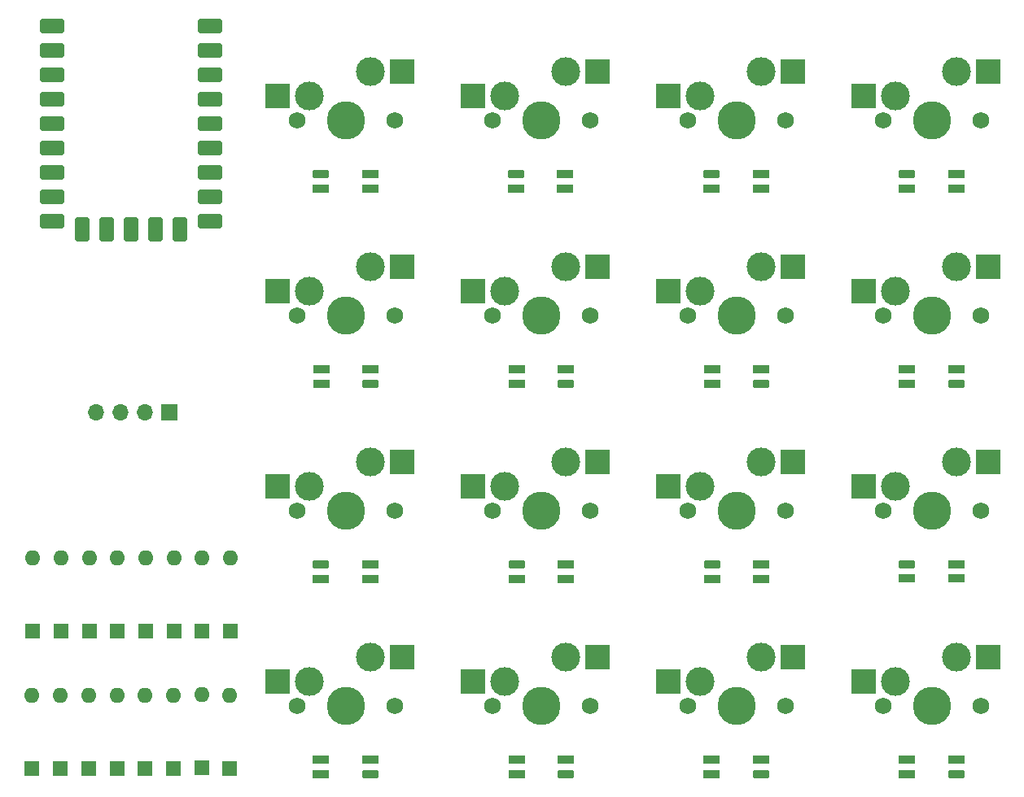
<source format=gbr>
%TF.GenerationSoftware,KiCad,Pcbnew,7.0.7*%
%TF.CreationDate,2023-09-24T17:48:37+02:00*%
%TF.ProjectId,pcb,7063622e-6b69-4636-9164-5f7063625858,rev?*%
%TF.SameCoordinates,Original*%
%TF.FileFunction,Soldermask,Bot*%
%TF.FilePolarity,Negative*%
%FSLAX46Y46*%
G04 Gerber Fmt 4.6, Leading zero omitted, Abs format (unit mm)*
G04 Created by KiCad (PCBNEW 7.0.7) date 2023-09-24 17:48:37*
%MOMM*%
%LPD*%
G01*
G04 APERTURE LIST*
G04 Aperture macros list*
%AMRoundRect*
0 Rectangle with rounded corners*
0 $1 Rounding radius*
0 $2 $3 $4 $5 $6 $7 $8 $9 X,Y pos of 4 corners*
0 Add a 4 corners polygon primitive as box body*
4,1,4,$2,$3,$4,$5,$6,$7,$8,$9,$2,$3,0*
0 Add four circle primitives for the rounded corners*
1,1,$1+$1,$2,$3*
1,1,$1+$1,$4,$5*
1,1,$1+$1,$6,$7*
1,1,$1+$1,$8,$9*
0 Add four rect primitives between the rounded corners*
20,1,$1+$1,$2,$3,$4,$5,0*
20,1,$1+$1,$4,$5,$6,$7,0*
20,1,$1+$1,$6,$7,$8,$9,0*
20,1,$1+$1,$8,$9,$2,$3,0*%
G04 Aperture macros list end*
%ADD10C,3.000000*%
%ADD11C,3.987800*%
%ADD12C,1.750000*%
%ADD13R,2.550000X2.500000*%
%ADD14RoundRect,0.400000X-0.900000X-0.400000X0.900000X-0.400000X0.900000X0.400000X-0.900000X0.400000X0*%
%ADD15RoundRect,0.400050X-0.899950X-0.400050X0.899950X-0.400050X0.899950X0.400050X-0.899950X0.400050X0*%
%ADD16RoundRect,0.400000X-0.400000X-0.900000X0.400000X-0.900000X0.400000X0.900000X-0.400000X0.900000X0*%
%ADD17RoundRect,0.393700X-0.393700X-0.906300X0.393700X-0.906300X0.393700X0.906300X-0.393700X0.906300X0*%
%ADD18O,1.600000X1.600000*%
%ADD19R,1.600000X1.600000*%
%ADD20O,1.700000X1.700000*%
%ADD21R,1.700000X1.700000*%
%ADD22R,1.700000X0.820000*%
%ADD23RoundRect,0.205000X0.645000X0.205000X-0.645000X0.205000X-0.645000X-0.205000X0.645000X-0.205000X0*%
%ADD24RoundRect,0.205000X-0.645000X-0.205000X0.645000X-0.205000X0.645000X0.205000X-0.645000X0.205000X0*%
G04 APERTURE END LIST*
D10*
%TO.C,SW16*%
X160020000Y-142240000D03*
D11*
X157480000Y-147320000D03*
D10*
X153670000Y-144780000D03*
D12*
X152400000Y-147320000D03*
X162560000Y-147320000D03*
D13*
X150395000Y-144780000D03*
X163322000Y-142240000D03*
%TD*%
D10*
%TO.C,SW15*%
X139700000Y-142240000D03*
D11*
X137160000Y-147320000D03*
D10*
X133350000Y-144780000D03*
D12*
X132080000Y-147320000D03*
X142240000Y-147320000D03*
D13*
X130075000Y-144780000D03*
X143002000Y-142240000D03*
%TD*%
D10*
%TO.C,SW14*%
X119380000Y-142240000D03*
D11*
X116840000Y-147320000D03*
D10*
X113030000Y-144780000D03*
D12*
X111760000Y-147320000D03*
X121920000Y-147320000D03*
D13*
X109755000Y-144780000D03*
X122682000Y-142240000D03*
%TD*%
D10*
%TO.C,SW13*%
X99060000Y-142240000D03*
D11*
X96520000Y-147320000D03*
D10*
X92710000Y-144780000D03*
D12*
X91440000Y-147320000D03*
X101600000Y-147320000D03*
D13*
X89435000Y-144780000D03*
X102362000Y-142240000D03*
%TD*%
D10*
%TO.C,SW12*%
X160020000Y-121920000D03*
D11*
X157480000Y-127000000D03*
D10*
X153670000Y-124460000D03*
D12*
X152400000Y-127000000D03*
X162560000Y-127000000D03*
D13*
X150395000Y-124460000D03*
X163322000Y-121920000D03*
%TD*%
D10*
%TO.C,SW11*%
X139700000Y-121920000D03*
D11*
X137160000Y-127000000D03*
D10*
X133350000Y-124460000D03*
D12*
X132080000Y-127000000D03*
X142240000Y-127000000D03*
D13*
X130075000Y-124460000D03*
X143002000Y-121920000D03*
%TD*%
D10*
%TO.C,SW10*%
X119380000Y-121920000D03*
D11*
X116840000Y-127000000D03*
D10*
X113030000Y-124460000D03*
D12*
X111760000Y-127000000D03*
X121920000Y-127000000D03*
D13*
X109755000Y-124460000D03*
X122682000Y-121920000D03*
%TD*%
D10*
%TO.C,SW9*%
X99060000Y-121920000D03*
D11*
X96520000Y-127000000D03*
D10*
X92710000Y-124460000D03*
D12*
X91440000Y-127000000D03*
X101600000Y-127000000D03*
D13*
X89435000Y-124460000D03*
X102362000Y-121920000D03*
%TD*%
D10*
%TO.C,SW8*%
X160020000Y-101600000D03*
D11*
X157480000Y-106680000D03*
D10*
X153670000Y-104140000D03*
D12*
X152400000Y-106680000D03*
X162560000Y-106680000D03*
D13*
X150395000Y-104140000D03*
X163322000Y-101600000D03*
%TD*%
D10*
%TO.C,SW7*%
X139700000Y-101600000D03*
D11*
X137160000Y-106680000D03*
D10*
X133350000Y-104140000D03*
D12*
X132080000Y-106680000D03*
X142240000Y-106680000D03*
D13*
X130075000Y-104140000D03*
X143002000Y-101600000D03*
%TD*%
D10*
%TO.C,SW6*%
X119380000Y-101600000D03*
D11*
X116840000Y-106680000D03*
D10*
X113030000Y-104140000D03*
D12*
X111760000Y-106680000D03*
X121920000Y-106680000D03*
D13*
X109755000Y-104140000D03*
X122682000Y-101600000D03*
%TD*%
D10*
%TO.C,SW5*%
X99060000Y-101600000D03*
D11*
X96520000Y-106680000D03*
D10*
X92710000Y-104140000D03*
D12*
X91440000Y-106680000D03*
X101600000Y-106680000D03*
D13*
X89435000Y-104140000D03*
X102362000Y-101600000D03*
%TD*%
D10*
%TO.C,SW4*%
X160020000Y-81280000D03*
D11*
X157480000Y-86360000D03*
D10*
X153670000Y-83820000D03*
D12*
X152400000Y-86360000D03*
X162560000Y-86360000D03*
D13*
X150395000Y-83820000D03*
X163322000Y-81280000D03*
%TD*%
D10*
%TO.C,SW3*%
X139700000Y-81280000D03*
D11*
X137160000Y-86360000D03*
D10*
X133350000Y-83820000D03*
D12*
X132080000Y-86360000D03*
X142240000Y-86360000D03*
D13*
X130075000Y-83820000D03*
X143002000Y-81280000D03*
%TD*%
D10*
%TO.C,SW2*%
X119380000Y-81280000D03*
D11*
X116840000Y-86360000D03*
D10*
X113030000Y-83820000D03*
D12*
X111760000Y-86360000D03*
X121920000Y-86360000D03*
D13*
X109755000Y-83820000D03*
X122682000Y-81280000D03*
%TD*%
D10*
%TO.C,SW1*%
X99060000Y-81280000D03*
D11*
X96520000Y-86360000D03*
D10*
X92710000Y-83820000D03*
D12*
X91440000Y-86360000D03*
X101600000Y-86360000D03*
D13*
X89435000Y-83820000D03*
X102362000Y-81280000D03*
%TD*%
D14*
%TO.C,U1*%
X82436029Y-76594177D03*
X82436029Y-79134177D03*
X82436029Y-81674177D03*
X82436029Y-84214177D03*
X82436029Y-86754177D03*
D15*
X82436029Y-89294177D03*
X82436029Y-91834177D03*
X82436029Y-94374177D03*
X82436029Y-96914177D03*
D16*
X79296029Y-97724177D03*
D17*
X76756029Y-97724177D03*
X74216029Y-97724177D03*
X71676029Y-97724177D03*
X69136029Y-97724177D03*
D15*
X65996029Y-96914177D03*
X65996029Y-94374177D03*
X65996029Y-91834177D03*
X65996029Y-89294177D03*
X65996029Y-76594177D03*
X65996029Y-79134177D03*
X65996029Y-81674177D03*
X65996029Y-86754177D03*
X65996029Y-84214177D03*
%TD*%
D18*
%TO.C,D2*%
X66913698Y-131953000D03*
D19*
X66913698Y-139573000D03*
%TD*%
%TO.C,D7*%
X81601901Y-139540884D03*
D18*
X81601901Y-131920884D03*
%TD*%
%TO.C,D1*%
X63977148Y-131953000D03*
D19*
X63977148Y-139573000D03*
%TD*%
%TO.C,D9*%
X63912456Y-153890711D03*
D18*
X63912456Y-146270711D03*
%TD*%
%TO.C,D16*%
X84480087Y-146206919D03*
D19*
X84480087Y-153826919D03*
%TD*%
%TO.C,D13*%
X75670435Y-153826919D03*
D18*
X75670435Y-146206919D03*
%TD*%
D19*
%TO.C,D5*%
X75723348Y-139573000D03*
D18*
X75723348Y-131953000D03*
%TD*%
D19*
%TO.C,D15*%
X81548988Y-153794803D03*
D18*
X81548988Y-146174803D03*
%TD*%
D19*
%TO.C,D3*%
X69850248Y-139573000D03*
D18*
X69850248Y-131953000D03*
%TD*%
D20*
%TO.C,J1*%
X70587982Y-116807570D03*
X73127982Y-116807570D03*
X75667982Y-116807570D03*
D21*
X78207982Y-116807570D03*
%TD*%
D19*
%TO.C,D11*%
X69785556Y-153890711D03*
D18*
X69785556Y-146270711D03*
%TD*%
D19*
%TO.C,D6*%
X78659898Y-139573000D03*
D18*
X78659898Y-131953000D03*
%TD*%
D19*
%TO.C,D10*%
X66849006Y-153890711D03*
D18*
X66849006Y-146270711D03*
%TD*%
D19*
%TO.C,D14*%
X78606985Y-153826919D03*
D18*
X78606985Y-146206919D03*
%TD*%
D19*
%TO.C,D4*%
X72786798Y-139573000D03*
D18*
X72786798Y-131953000D03*
%TD*%
D19*
%TO.C,D12*%
X72725064Y-153890200D03*
D18*
X72725064Y-146270200D03*
%TD*%
D19*
%TO.C,D8*%
X84533000Y-139573000D03*
D18*
X84533000Y-131953000D03*
%TD*%
D22*
%TO.C,LED1*%
X99072745Y-93480807D03*
X99072745Y-91980807D03*
D23*
X93972745Y-91980807D03*
D22*
X93972745Y-93480807D03*
%TD*%
%TO.C,LED6*%
X119398292Y-112287382D03*
D24*
X119398292Y-113787382D03*
D22*
X114298292Y-113787382D03*
X114298292Y-112287382D03*
%TD*%
%TO.C,LED12*%
X160031742Y-134092349D03*
X160031742Y-132592349D03*
D23*
X154931742Y-132592349D03*
D22*
X154931742Y-134092349D03*
%TD*%
%TO.C,LED16*%
X154930844Y-152936667D03*
X154930844Y-154436667D03*
D24*
X160030844Y-154436667D03*
D22*
X160030844Y-152936667D03*
%TD*%
%TO.C,LED15*%
X134604585Y-152945343D03*
X134604585Y-154445343D03*
D24*
X139704585Y-154445343D03*
D22*
X139704585Y-152945343D03*
%TD*%
%TO.C,LED10*%
X119400820Y-134118680D03*
X119400820Y-132618680D03*
D23*
X114300820Y-132618680D03*
D22*
X114300820Y-134118680D03*
%TD*%
%TO.C,LED14*%
X114308197Y-152929803D03*
X114308197Y-154429803D03*
D24*
X119408197Y-154429803D03*
D22*
X119408197Y-152929803D03*
%TD*%
%TO.C,LED2*%
X114263675Y-93504315D03*
D23*
X114263675Y-92004315D03*
D22*
X119363675Y-92004315D03*
X119363675Y-93504315D03*
%TD*%
%TO.C,LED11*%
X139724454Y-134130388D03*
X139724454Y-132630388D03*
D23*
X134624454Y-132630388D03*
D22*
X134624454Y-134130388D03*
%TD*%
%TO.C,LED5*%
X99082527Y-112288793D03*
D24*
X99082527Y-113788793D03*
D22*
X93982527Y-113788793D03*
X93982527Y-112288793D03*
%TD*%
%TO.C,LED13*%
X93974572Y-152924959D03*
X93974572Y-154424959D03*
D24*
X99074572Y-154424959D03*
D22*
X99074572Y-152924959D03*
%TD*%
%TO.C,LED9*%
X99071940Y-134109801D03*
X99071940Y-132609801D03*
D23*
X93971940Y-132609801D03*
D22*
X93971940Y-134109801D03*
%TD*%
%TO.C,LED8*%
X160024562Y-112299105D03*
D24*
X160024562Y-113799105D03*
D22*
X154924562Y-113799105D03*
X154924562Y-112299105D03*
%TD*%
%TO.C,LED4*%
X154932742Y-93471924D03*
D23*
X154932742Y-91971924D03*
D22*
X160032742Y-91971924D03*
X160032742Y-93471924D03*
%TD*%
%TO.C,LED7*%
X139717592Y-112305140D03*
D24*
X139717592Y-113805140D03*
D22*
X134617592Y-113805140D03*
X134617592Y-112305140D03*
%TD*%
%TO.C,LED3*%
X134603059Y-93490493D03*
D23*
X134603059Y-91990493D03*
D22*
X139703059Y-91990493D03*
X139703059Y-93490493D03*
%TD*%
M02*

</source>
